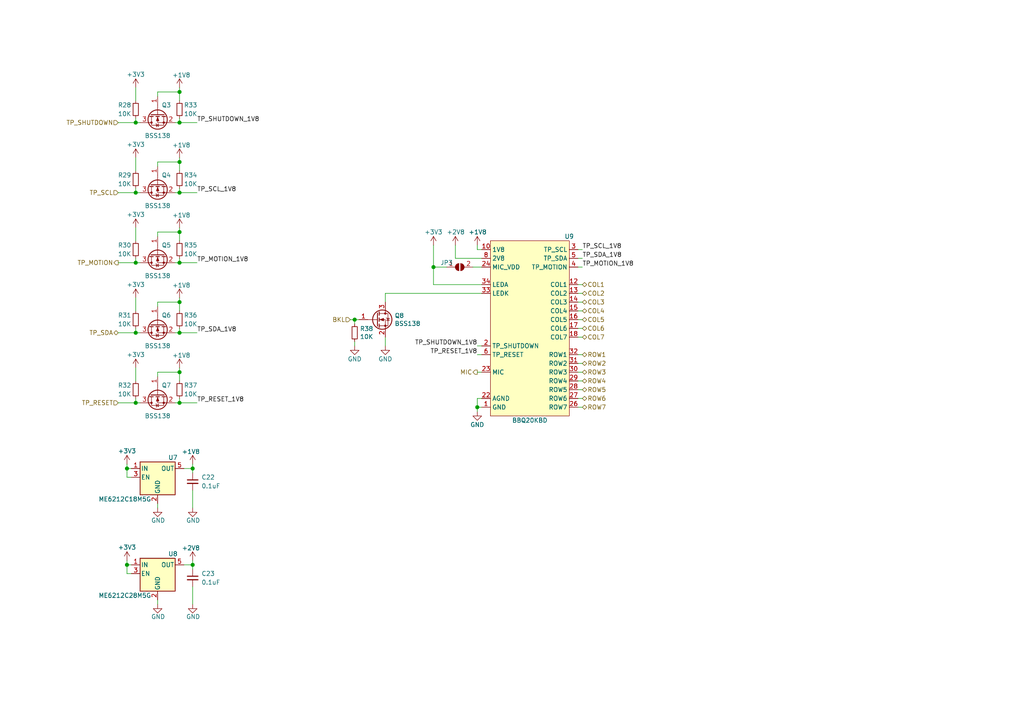
<source format=kicad_sch>
(kicad_sch (version 20231120) (generator "eeschema") (generator_version "8.0")
  (paper "A4")
  (title_block (title "BBQ20KBD") (date "2023-04-21") (rev "1.0") (comment 1 "CERN Open Hardware Licence v1.2") (comment 2 "https://github.com/solderparty/bbq20kbd_hw") (comment 3 "Original Design by Solder Party AB"))
  (lib_symbols
    (symbol "Device:C_Small" (pin_numbers hide) (pin_names (offset 0.254) hide)
      (property "Reference" "C" (at 0.254 1.778 0))
      (property "Value" "C_Small" (at 0.254 -2.032 0))
      (symbol "C_Small_0_1"
        (polyline (pts (xy -1.524 -0.508) (xy 1.524 -0.508)) (stroke (width 0.3302)))
        (polyline (pts (xy -1.524 0.508) (xy 1.524 0.508)) (stroke (width 0.3048)))
      )
      (symbol "C_Small_1_1"
        (pin passive line (at 0 2.54 270) (length 2.032) (name "~") (number "1"))
        (pin passive line (at 0 -2.54 90) (length 2.032) (name "~") (number "2"))
      )
    )
    (symbol "Device:R_Small" (pin_numbers hide) (pin_names (offset 0.254) hide)
      (property "Reference" "R" (at 0.762 0.508 0))
      (property "Value" "R_Small" (at 0.762 -1.016 0))
      (symbol "R_Small_0_1"
        (rectangle (start -0.762 1.778) (end 0.762 -1.778) (stroke (width 0.2032)))
      )
      (symbol "R_Small_1_1"
        (pin passive line (at 0 2.54 270) (length 0.762) (name "~") (number "1"))
        (pin passive line (at 0 -2.54 90) (length 0.762) (name "~") (number "2"))
      )
    )
    (symbol "Jumper:SolderJumper_2_Open" (pin_names (offset 0) hide)
      (property "Reference" "JP" (at 0 2.032 0))
      (property "Value" "SolderJumper_2_Open" (at 0 -2.54 0))
      (symbol "SolderJumper_2_Open_0_1"
        (arc (start -0.254 1.016) (mid -1.2656 0) (end -0.254 -1.016))
        (arc (start -0.254 1.016) (mid -1.2656 0) (end -0.254 -1.016) (fill (type outline)))
        (polyline (pts (xy -0.254 1.016) (xy -0.254 -1.016)))
        (polyline (pts (xy 0.254 1.016) (xy 0.254 -1.016)))
        (arc (start 0.254 -1.016) (mid 1.2656 0) (end 0.254 1.016))
        (arc (start 0.254 -1.016) (mid 1.2656 0) (end 0.254 1.016) (fill (type outline)))
      )
      (symbol "SolderJumper_2_Open_1_1"
        (pin passive line (at -3.81 0 0) (length 2.54) (name "A") (number "1"))
        (pin passive line (at 3.81 0 180) (length 2.54) (name "B") (number "2"))
      )
    )
    (symbol "Keyboard:BBQ20KBD"
      (property "Reference" "U" (at 11.43 24.13 0))
      (property "Value" "BBQ20KBD" (at 0 -29.21 0))
      (symbol "BBQ20KBD_0_0"
        (pin power_in line (at -13.97 -25.4 0) (length 2.54) (name "GND") (number "1"))
        (pin power_in line (at -13.97 20.32 0) (length 2.54) (name "1V8") (number "10"))
        (pin passive line (at -13.97 -25.4 0) (length 2.54) hide (name "GND") (number "11"))
        (pin input line (at 13.97 10.16 180) (length 2.54) (name "COL1") (number "12"))
        (pin input line (at 13.97 7.62 180) (length 2.54) (name "COL2") (number "13"))
        (pin input line (at 13.97 5.08 180) (length 2.54) (name "COL3") (number "14"))
        (pin input line (at 13.97 2.54 180) (length 2.54) (name "COL4") (number "15"))
        (pin input line (at 13.97 0 180) (length 2.54) (name "COL5") (number "16"))
        (pin input line (at 13.97 -2.54 180) (length 2.54) (name "COL6") (number "17"))
        (pin input line (at 13.97 -5.08 180) (length 2.54) (name "COL7") (number "18"))
        (pin passive line (at -13.97 -25.4 0) (length 2.54) hide (name "GND") (number "19"))
        (pin input line (at -13.97 -7.62 0) (length 2.54) (name "TP_SHUTDOWN") (number "2"))
        (pin passive line (at -13.97 -25.4 0) (length 2.54) hide (name "GND") (number "20"))
        (pin passive line (at -13.97 -25.4 0) (length 2.54) hide (name "GND") (number "21"))
        (pin power_in line (at -13.97 -22.86 0) (length 2.54) (name "AGND") (number "22"))
        (pin output line (at -13.97 -15.24 0) (length 2.54) (name "MIC") (number "23"))
        (pin input line (at -13.97 15.24 0) (length 2.54) (name "MIC_VDD") (number "24"))
        (pin passive line (at -13.97 -25.4 0) (length 2.54) hide (name "GND") (number "25"))
        (pin input line (at 13.97 -25.4 180) (length 2.54) (name "ROW7") (number "26"))
        (pin input line (at 13.97 -22.86 180) (length 2.54) (name "ROW6") (number "27"))
        (pin input line (at 13.97 -20.32 180) (length 2.54) (name "ROW5") (number "28"))
        (pin input line (at 13.97 -17.78 180) (length 2.54) (name "ROW4") (number "29"))
        (pin input line (at 13.97 20.32 180) (length 2.54) (name "TP_SCL") (number "3"))
        (pin input line (at 13.97 -15.24 180) (length 2.54) (name "ROW3") (number "30"))
        (pin input line (at 13.97 -12.7 180) (length 2.54) (name "ROW2") (number "31"))
        (pin input line (at 13.97 -10.16 180) (length 2.54) (name "ROW1") (number "32"))
        (pin input line (at -13.97 7.62 0) (length 2.54) (name "LEDK") (number "33"))
        (pin power_in line (at -13.97 10.16 0) (length 2.54) (name "LEDA") (number "34"))
        (pin passive line (at -13.97 7.62 0) (length 2.54) hide (name "LEDK") (number "35"))
        (pin passive line (at -13.97 10.16 0) (length 2.54) hide (name "LEDA") (number "36"))
        (pin passive line (at -13.97 7.62 0) (length 2.54) hide (name "LEDK") (number "37"))
        (pin no_connect line (at 0 -17.78 0) (length 2.54) hide (name "NC") (number "38"))
        (pin no_connect line (at 0 -20.32 0) (length 2.54) hide (name "NC") (number "39"))
        (pin output line (at 13.97 15.24 180) (length 2.54) (name "TP_MOTION") (number "4"))
        (pin passive line (at -13.97 -25.4 0) (length 2.54) hide (name "GND") (number "40"))
        (pin bidirectional line (at 13.97 17.78 180) (length 2.54) (name "TP_SDA") (number "5"))
        (pin input line (at -13.97 -10.16 0) (length 2.54) (name "TP_RESET") (number "6"))
        (pin passive line (at -13.97 -25.4 0) (length 2.54) hide (name "GND") (number "7"))
        (pin power_in line (at -13.97 17.78 0) (length 2.54) (name "2V8") (number "8"))
        (pin passive line (at -13.97 -25.4 0) (length 2.54) hide (name "GND") (number "9"))
      )
      (symbol "BBQ20KBD_0_1"
        (rectangle (start -11.43 22.86) (end 11.43 -27.94) (stroke (width 0.1524)) (fill (type background)))
      )
    )
    (symbol "Regulator_Linear:TLV71209_SOT23-5" (pin_names (offset 0.254))
      (property "Reference" "U" (at -3.81 5.715 0))
      (property "Value" "TLV71209_SOT23-5" (at 0 5.715 0))
      (symbol "TLV71209_SOT23-5_0_1"
        (rectangle (start -5.08 4.445) (end 5.08 -5.08) (stroke (width 0.254)) (fill (type background)))
      )
      (symbol "TLV71209_SOT23-5_1_1"
        (pin power_in line (at -7.62 2.54 0) (length 2.54) (name "IN") (number "1"))
        (pin power_in line (at 0 -7.62 90) (length 2.54) (name "GND") (number "2"))
        (pin input line (at -7.62 0 0) (length 2.54) (name "EN") (number "3"))
        (pin no_connect line (at 5.08 0 180) (length 2.54) hide (name "NC") (number "4"))
        (pin power_out line (at 7.62 2.54 180) (length 2.54) (name "OUT") (number "5"))
      )
    )
    (symbol "Transistor_FET:BSS138" (pin_names hide)
      (property "Reference" "Q" (at 5.08 1.905 0))
      (property "Value" "BSS138" (at 5.08 0 0))
      (symbol "BSS138_0_1"
        (polyline (pts (xy 0.254 0) (xy -2.54 0)))
        (polyline (pts (xy 0.254 1.905) (xy 0.254 -1.905)) (stroke (width 0.254)))
        (polyline (pts (xy 0.762 -1.27) (xy 0.762 -2.286)) (stroke (width 0.254)))
        (polyline (pts (xy 0.762 0.508) (xy 0.762 -0.508)) (stroke (width 0.254)))
        (polyline (pts (xy 0.762 2.286) (xy 0.762 1.27)) (stroke (width 0.254)))
        (polyline (pts (xy 2.54 2.54) (xy 2.54 1.778)))
        (polyline (pts (xy 2.54 -2.54) (xy 2.54 0) (xy 0.762 0)))
        (polyline (pts (xy 0.762 -1.778) (xy 3.302 -1.778) (xy 3.302 1.778) (xy 0.762 1.778)))
        (polyline (pts (xy 1.016 0) (xy 2.032 0.381) (xy 2.032 -0.381) (xy 1.016 0)) (fill (type outline)))
        (polyline (pts (xy 2.794 0.508) (xy 2.921 0.381) (xy 3.683 0.381) (xy 3.81 0.254)))
        (polyline (pts (xy 3.302 0.381) (xy 2.921 -0.254) (xy 3.683 -0.254) (xy 3.302 0.381)))
        (circle (center 1.651 0) (radius 2.794) (stroke (width 0.254)))
        (circle (center 2.54 -1.778) (radius 0.254) (fill (type outline)))
        (circle (center 2.54 1.778) (radius 0.254) (fill (type outline)))
      )
      (symbol "BSS138_1_1"
        (pin input line (at -5.08 0 0) (length 2.54) (name "G") (number "1"))
        (pin passive line (at 2.54 -5.08 90) (length 2.54) (name "S") (number "2"))
        (pin passive line (at 2.54 5.08 270) (length 2.54) (name "D") (number "3"))
      )
    )
    (symbol "power:+1V8" (power) (pin_names (offset 0))
      (property "Value" "+1V8" (at 0 3.556 0))
      (symbol "+1V8_0_1"
        (polyline (pts (xy -0.762 1.27) (xy 0 2.54)))
        (polyline (pts (xy 0 0) (xy 0 2.54)))
        (polyline (pts (xy 0 2.54) (xy 0.762 1.27)))
      )
      (symbol "+1V8_1_1"
        (pin power_in line (at 0 0 90) (length 0) hide (name "+1V8") (number "1"))
      )
    )
    (symbol "power:+2V8" (power) (pin_names (offset 0))
      (property "Value" "+2V8" (at 0 3.556 0))
      (symbol "+2V8_0_1"
        (polyline (pts (xy -0.762 1.27) (xy 0 2.54)))
        (polyline (pts (xy 0 0) (xy 0 2.54)))
        (polyline (pts (xy 0 2.54) (xy 0.762 1.27)))
      )
      (symbol "+2V8_1_1"
        (pin power_in line (at 0 0 90) (length 0) hide (name "+2V8") (number "1"))
      )
    )
    (symbol "power:+3.3V" (power) (pin_names (offset 0))
      (property "Value" "+3.3V" (at 0 3.556 0))
      (symbol "+3.3V_0_1"
        (polyline (pts (xy -0.762 1.27) (xy 0 2.54)))
        (polyline (pts (xy 0 0) (xy 0 2.54)))
        (polyline (pts (xy 0 2.54) (xy 0.762 1.27)))
      )
      (symbol "+3.3V_1_1"
        (pin power_in line (at 0 0 90) (length 0) hide (name "+3V3") (number "1"))
      )
    )
    (symbol "power:GND" (power) (pin_names (offset 0))
      (property "Value" "GND" (at 0 -3.81 0))
      (symbol "GND_0_1"
        (polyline (pts (xy 0 0) (xy 0 -1.27) (xy 1.27 -1.27) (xy 0 -2.54) (xy -1.27 -1.27) (xy 0 -1.27)))
      )
      (symbol "GND_1_1"
        (pin power_in line (at 0 0 270) (length 0) hide (name "GND") (number "1"))
      )
    )
  )
  (junction (at 39.37 55.88) (diameter 1.016))
  (junction (at 52.07 55.88) (diameter 1.016))
  (junction (at 52.07 87.63) (diameter 1.016))
  (junction (at 102.87 92.71) (diameter 1.016))
  (junction (at 52.07 26.67) (diameter 1.016))
  (junction (at 52.07 116.84) (diameter 1.016))
  (junction (at 52.07 67.31) (diameter 1.016))
  (junction (at 52.07 96.52) (diameter 1.016))
  (junction (at 36.83 163.83) (diameter 1.016))
  (junction (at 52.07 35.56) (diameter 1.016))
  (junction (at 36.83 135.89) (diameter 1.016))
  (junction (at 55.88 163.83) (diameter 1.016))
  (junction (at 125.73 77.47) (diameter 1.016))
  (junction (at 39.37 96.52) (diameter 1.016))
  (junction (at 52.07 76.2) (diameter 1.016))
  (junction (at 39.37 76.2) (diameter 1.016))
  (junction (at 138.43 118.11) (diameter 1.016))
  (junction (at 39.37 116.84) (diameter 1.016))
  (junction (at 55.88 135.89) (diameter 1.016))
  (junction (at 52.07 107.95) (diameter 1.016))
  (junction (at 52.07 46.99) (diameter 1.016))
  (junction (at 39.37 35.56) (diameter 1.016))
  (wire (pts (xy 167.64 74.93) (xy 168.91 74.93)))
  (wire (pts (xy 167.64 102.87) (xy 168.91 102.87)))
  (wire (pts (xy 167.64 87.63) (xy 168.91 87.63)))
  (wire (pts (xy 45.72 88.9) (xy 45.72 87.63)))
  (wire (pts (xy 52.07 107.95) (xy 52.07 110.49)))
  (wire (pts (xy 167.64 92.71) (xy 168.91 92.71)))
  (wire (pts (xy 167.64 97.79) (xy 168.91 97.79)))
  (wire (pts (xy 45.72 68.58) (xy 45.72 67.31)))
  (wire (pts (xy 45.72 109.22) (xy 45.72 107.95)))
  (wire (pts (xy 52.07 95.25) (xy 52.07 96.52)))
  (wire (pts (xy 57.15 35.56) (xy 52.07 35.56)))
  (wire (pts (xy 139.7 118.11) (xy 138.43 118.11)))
  (wire (pts (xy 167.64 82.55) (xy 168.91 82.55)))
  (wire (pts (xy 52.07 54.61) (xy 52.07 55.88)))
  (wire (pts (xy 55.88 170.18) (xy 55.88 175.26)))
  (wire (pts (xy 36.83 135.89) (xy 38.1 135.89)))
  (wire (pts (xy 50.8 76.2) (xy 52.07 76.2)))
  (wire (pts (xy 45.72 27.94) (xy 45.72 26.67)))
  (wire (pts (xy 138.43 115.57) (xy 138.43 118.11)))
  (wire (pts (xy 52.07 66.04) (xy 52.07 67.31)))
  (wire (pts (xy 132.08 74.93) (xy 139.7 74.93)))
  (wire (pts (xy 57.15 76.2) (xy 52.07 76.2)))
  (wire (pts (xy 137.16 77.47) (xy 139.7 77.47)))
  (wire (pts (xy 55.88 165.1) (xy 55.88 163.83)))
  (wire (pts (xy 167.64 113.03) (xy 168.91 113.03)))
  (wire (pts (xy 36.83 138.43) (xy 36.83 135.89)))
  (wire (pts (xy 125.73 71.12) (xy 125.73 77.47)))
  (wire (pts (xy 39.37 45.72) (xy 39.37 49.53)))
  (wire (pts (xy 52.07 46.99) (xy 52.07 49.53)))
  (wire (pts (xy 167.64 72.39) (xy 168.91 72.39)))
  (wire (pts (xy 52.07 25.4) (xy 52.07 26.67)))
  (wire (pts (xy 39.37 96.52) (xy 34.29 96.52)))
  (wire (pts (xy 52.07 87.63) (xy 52.07 90.17)))
  (wire (pts (xy 45.72 173.99) (xy 45.72 175.26)))
  (wire (pts (xy 40.64 96.52) (xy 39.37 96.52)))
  (wire (pts (xy 36.83 166.37) (xy 36.83 163.83)))
  (wire (pts (xy 50.8 55.88) (xy 52.07 55.88)))
  (wire (pts (xy 39.37 35.56) (xy 34.29 35.56)))
  (wire (pts (xy 45.72 146.05) (xy 45.72 147.32)))
  (wire (pts (xy 55.88 142.24) (xy 55.88 147.32)))
  (wire (pts (xy 45.72 67.31) (xy 52.07 67.31)))
  (wire (pts (xy 40.64 76.2) (xy 39.37 76.2)))
  (wire (pts (xy 39.37 74.93) (xy 39.37 76.2)))
  (wire (pts (xy 52.07 26.67) (xy 52.07 29.21)))
  (wire (pts (xy 167.64 118.11) (xy 168.91 118.11)))
  (wire (pts (xy 53.34 135.89) (xy 55.88 135.89)))
  (wire (pts (xy 45.72 46.99) (xy 52.07 46.99)))
  (wire (pts (xy 132.08 71.12) (xy 132.08 74.93)))
  (wire (pts (xy 36.83 134.62) (xy 36.83 135.89)))
  (wire (pts (xy 40.64 55.88) (xy 39.37 55.88)))
  (wire (pts (xy 138.43 102.87) (xy 139.7 102.87)))
  (wire (pts (xy 36.83 162.56) (xy 36.83 163.83)))
  (wire (pts (xy 55.88 162.56) (xy 55.88 163.83)))
  (wire (pts (xy 55.88 137.16) (xy 55.88 135.89)))
  (wire (pts (xy 50.8 116.84) (xy 52.07 116.84)))
  (wire (pts (xy 167.64 85.09) (xy 168.91 85.09)))
  (wire (pts (xy 167.64 105.41) (xy 168.91 105.41)))
  (wire (pts (xy 39.37 54.61) (xy 39.37 55.88)))
  (wire (pts (xy 57.15 96.52) (xy 52.07 96.52)))
  (wire (pts (xy 167.64 115.57) (xy 168.91 115.57)))
  (wire (pts (xy 52.07 74.93) (xy 52.07 76.2)))
  (wire (pts (xy 52.07 34.29) (xy 52.07 35.56)))
  (wire (pts (xy 52.07 115.57) (xy 52.07 116.84)))
  (wire (pts (xy 52.07 67.31) (xy 52.07 69.85)))
  (wire (pts (xy 45.72 48.26) (xy 45.72 46.99)))
  (wire (pts (xy 138.43 107.95) (xy 139.7 107.95)))
  (wire (pts (xy 138.43 72.39) (xy 138.43 71.12)))
  (wire (pts (xy 39.37 34.29) (xy 39.37 35.56)))
  (wire (pts (xy 111.76 97.79) (xy 111.76 100.33)))
  (wire (pts (xy 39.37 116.84) (xy 34.29 116.84)))
  (wire (pts (xy 167.64 90.17) (xy 168.91 90.17)))
  (wire (pts (xy 167.64 95.25) (xy 168.91 95.25)))
  (wire (pts (xy 45.72 107.95) (xy 52.07 107.95)))
  (wire (pts (xy 55.88 134.62) (xy 55.88 135.89)))
  (wire (pts (xy 53.34 163.83) (xy 55.88 163.83)))
  (wire (pts (xy 45.72 26.67) (xy 52.07 26.67)))
  (wire (pts (xy 104.14 92.71) (xy 102.87 92.71)))
  (wire (pts (xy 39.37 106.68) (xy 39.37 110.49)))
  (wire (pts (xy 39.37 95.25) (xy 39.37 96.52)))
  (wire (pts (xy 167.64 77.47) (xy 168.91 77.47)))
  (wire (pts (xy 102.87 92.71) (xy 102.87 93.98)))
  (wire (pts (xy 102.87 92.71) (xy 101.6 92.71)))
  (wire (pts (xy 40.64 116.84) (xy 39.37 116.84)))
  (wire (pts (xy 39.37 76.2) (xy 34.29 76.2)))
  (wire (pts (xy 45.72 87.63) (xy 52.07 87.63)))
  (wire (pts (xy 102.87 99.06) (xy 102.87 100.33)))
  (wire (pts (xy 139.7 115.57) (xy 138.43 115.57)))
  (wire (pts (xy 111.76 85.09) (xy 139.7 85.09)))
  (wire (pts (xy 167.64 107.95) (xy 168.91 107.95)))
  (wire (pts (xy 52.07 86.36) (xy 52.07 87.63)))
  (wire (pts (xy 138.43 100.33) (xy 139.7 100.33)))
  (wire (pts (xy 138.43 118.11) (xy 138.43 119.38)))
  (wire (pts (xy 111.76 85.09) (xy 111.76 87.63)))
  (wire (pts (xy 39.37 115.57) (xy 39.37 116.84)))
  (wire (pts (xy 39.37 66.04) (xy 39.37 69.85)))
  (wire (pts (xy 138.43 72.39) (xy 139.7 72.39)))
  (wire (pts (xy 57.15 116.84) (xy 52.07 116.84)))
  (wire (pts (xy 38.1 166.37) (xy 36.83 166.37)))
  (wire (pts (xy 50.8 35.56) (xy 52.07 35.56)))
  (wire (pts (xy 125.73 82.55) (xy 125.73 77.47)))
  (wire (pts (xy 39.37 55.88) (xy 34.29 55.88)))
  (wire (pts (xy 39.37 86.36) (xy 39.37 90.17)))
  (wire (pts (xy 38.1 138.43) (xy 36.83 138.43)))
  (wire (pts (xy 167.64 110.49) (xy 168.91 110.49)))
  (wire (pts (xy 57.15 55.88) (xy 52.07 55.88)))
  (wire (pts (xy 52.07 106.68) (xy 52.07 107.95)))
  (wire (pts (xy 125.73 77.47) (xy 129.54 77.47)))
  (wire (pts (xy 39.37 25.4) (xy 39.37 29.21)))
  (wire (pts (xy 52.07 45.72) (xy 52.07 46.99)))
  (wire (pts (xy 125.73 82.55) (xy 139.7 82.55)))
  (wire (pts (xy 36.83 163.83) (xy 38.1 163.83)))
  (wire (pts (xy 50.8 96.52) (xy 52.07 96.52)))
  (wire (pts (xy 40.64 35.56) (xy 39.37 35.56)))
  (label "TP_MOTION_1V8" (at 168.91 77.47 0))
  (label "TP_MOTION_1V8" (at 57.15 76.2 0))
  (label "TP_SHUTDOWN_1V8" (at 57.15 35.56 0))
  (label "TP_SHUTDOWN_1V8" (at 138.43 100.33 180))
  (label "TP_RESET_1V8" (at 138.43 102.87 180))
  (label "TP_RESET_1V8" (at 57.15 116.84 0))
  (label "TP_SDA_1V8" (at 168.91 74.93 0))
  (label "TP_SCL_1V8" (at 57.15 55.88 0))
  (label "TP_SDA_1V8" (at 57.15 96.52 0))
  (label "TP_SCL_1V8" (at 168.91 72.39 0))
  (hierarchical_label "ROW5" (shape bidirectional) (at 168.91 113.03 0))
  (hierarchical_label "BKL" (shape input) (at 101.6 92.71 180))
  (hierarchical_label "ROW7" (shape bidirectional) (at 168.91 118.11 0))
  (hierarchical_label "ROW3" (shape bidirectional) (at 168.91 107.95 0))
  (hierarchical_label "COL3" (shape bidirectional) (at 168.91 87.63 0))
  (hierarchical_label "COL1" (shape bidirectional) (at 168.91 82.55 0))
  (hierarchical_label "COL7" (shape bidirectional) (at 168.91 97.79 0))
  (hierarchical_label "ROW2" (shape bidirectional) (at 168.91 105.41 0))
  (hierarchical_label "ROW6" (shape bidirectional) (at 168.91 115.57 0))
  (hierarchical_label "COL4" (shape bidirectional) (at 168.91 90.17 0))
  (hierarchical_label "COL6" (shape bidirectional) (at 168.91 95.25 0))
  (hierarchical_label "TP_SDA" (shape bidirectional) (at 34.29 96.52 180))
  (hierarchical_label "TP_SCL" (shape input) (at 34.29 55.88 180))
  (hierarchical_label "TP_RESET" (shape input) (at 34.29 116.84 180))
  (hierarchical_label "ROW4" (shape bidirectional) (at 168.91 110.49 0))
  (hierarchical_label "TP_MOTION" (shape output) (at 34.29 76.2 180))
  (hierarchical_label "COL5" (shape bidirectional) (at 168.91 92.71 0))
  (hierarchical_label "TP_SHUTDOWN" (shape input) (at 34.29 35.56 180))
  (hierarchical_label "COL2" (shape bidirectional) (at 168.91 85.09 0))
  (hierarchical_label "ROW1" (shape bidirectional) (at 168.91 102.87 0))
  (hierarchical_label "MIC" (shape output) (at 138.43 107.95 180))
  (symbol (lib_id "power:+1V8") (at 52.07 106.68 0) (mirror y) (unit 1)
    (property "Reference" "#PWR0131" (effects (hide yes)))
    (property "Value" "+1V8" (at 55.245 103.0604 0) (effects (justify left)))
  )
  (symbol (lib_id "power:+3.3V") (at 39.37 25.4 0) (mirror y) (unit 1)
    (property "Reference" "#PWR0138" (effects (hide yes)))
    (property "Value" "+3V3" (at 39.37 21.59 0))
  )
  (symbol (lib_id "power:+3.3V") (at 125.73 71.12 0) (unit 1)
    (property "Reference" "#PWR0144" (effects (hide yes)))
    (property "Value" "+3V3" (at 125.73 67.31 0))
  )
  (symbol (lib_id "power:+3.3V") (at 36.83 162.56 0) (unit 1)
    (property "Reference" "#PWR0148" (effects (hide yes)))
    (property "Value" "+3V3" (at 36.83 158.75 0))
  )
  (symbol (lib_id "Device:R_Small") (at 39.37 92.71 0) (mirror x) (unit 1)
    (property "Reference" "R31" (at 38.1 91.4399 0) (effects (justify right)))
    (property "Value" "10K" (at 38.1 93.9799 0) (effects (justify right)))
    (property "Footprint" "Resistor_SMD:R_0603_1608Metric" (effects (hide yes)))
  )
  (symbol (lib_id "Device:R_Small") (at 52.07 113.03 180) (unit 1)
    (property "Reference" "R37" (at 53.34 111.7599 0) (effects (justify right)))
    (property "Value" "10K" (at 53.34 114.2999 0) (effects (justify right)))
    (property "Footprint" "Resistor_SMD:R_0603_1608Metric" (effects (hide yes)))
  )
  (symbol (lib_id "Device:R_Small") (at 52.07 72.39 180) (unit 1)
    (property "Reference" "R35" (at 53.34 71.1199 0) (effects (justify right)))
    (property "Value" "10K" (at 53.34 73.6599 0) (effects (justify right)))
    (property "Footprint" "Resistor_SMD:R_0603_1608Metric" (effects (hide yes)))
  )
  (symbol (lib_id "Transistor_FET:BSS138") (at 45.72 33.02 90) (mirror x) (unit 1)
    (property "Reference" "Q3" (at 48.26 30.48 90))
    (property "Value" "BSS138" (at 45.72 39.37 90))
    (property "Footprint" "Package_TO_SOT_SMD:SOT-23" (effects (hide yes)))
    (property "LCSC" "C112239" (effects (hide yes)))
  )
  (symbol (lib_id "Transistor_FET:BSS138") (at 109.22 92.71 0) (unit 1)
    (property "Reference" "Q8" (at 114.4524 91.5416 0) (effects (justify left)))
    (property "Value" "BSS138" (at 114.4524 93.853 0) (effects (justify left)))
    (property "Footprint" "Package_TO_SOT_SMD:SOT-23" (effects (hide yes)))
    (property "LCSC" "C112239" (effects (hide yes)))
  )
  (symbol (lib_id "Regulator_Linear:TLV71209_SOT23-5") (at 45.72 166.37 0) (unit 1)
    (property "Reference" "U8" (at 50.165 160.655 0))
    (property "Value" "ME6212C28M5G" (at 28.575 172.72 0) (effects (justify left)))
    (property "Footprint" "Package_TO_SOT_SMD:SOT-23-5" (effects (hide yes)))
    (property "Datasheet" "http://www.yushin88.com/uploadfiles/20190223/20190223155734_4960.pdf" (effects (hide yes)))
    (property "LCSC" "C427596" (effects (hide yes)))
  )
  (symbol (lib_id "Transistor_FET:BSS138") (at 45.72 53.34 90) (mirror x) (unit 1)
    (property "Reference" "Q4" (at 48.26 50.8 90))
    (property "Value" "BSS138" (at 45.72 59.69 90))
    (property "Footprint" "Package_TO_SOT_SMD:SOT-23" (effects (hide yes)))
    (property "LCSC" "C112239" (effects (hide yes)))
  )
  (symbol (lib_id "power:GND") (at 55.88 147.32 0) (unit 1)
    (property "Reference" "#PWR0149" (effects (hide yes)))
    (property "Value" "GND" (at 53.975 150.9394 0) (effects (justify left)))
  )
  (symbol (lib_id "power:+3.3V") (at 39.37 86.36 0) (mirror y) (unit 1)
    (property "Reference" "#PWR0135" (effects (hide yes)))
    (property "Value" "+3V3" (at 39.37 82.55 0))
  )
  (symbol (lib_id "power:GND") (at 45.72 175.26 0) (unit 1)
    (property "Reference" "#PWR0151" (effects (hide yes)))
    (property "Value" "GND" (at 43.815 178.8794 0) (effects (justify left)))
  )
  (symbol (lib_id "power:+3.3V") (at 39.37 106.68 0) (mirror y) (unit 1)
    (property "Reference" "#PWR0130" (effects (hide yes)))
    (property "Value" "+3V3" (at 39.37 102.87 0))
  )
  (symbol (lib_id "Regulator_Linear:TLV71209_SOT23-5") (at 45.72 138.43 0) (unit 1)
    (property "Reference" "U7" (at 50.165 132.715 0))
    (property "Value" "ME6212C18M5G" (at 28.575 144.78 0) (effects (justify left)))
    (property "Footprint" "Package_TO_SOT_SMD:SOT-23-5" (effects (hide yes)))
    (property "Datasheet" "http://www.yushin88.com/uploadfiles/20190223/20190223155734_4960.pdf" (effects (hide yes)))
    (property "LCSC" "C236669" (effects (hide yes)))
  )
  (symbol (lib_id "power:GND") (at 138.43 119.38 0) (unit 1)
    (property "Reference" "#PWR0142" (effects (hide yes)))
    (property "Value" "GND" (at 138.43 123.19 0))
  )
  (symbol (lib_id "Transistor_FET:BSS138") (at 45.72 73.66 90) (mirror x) (unit 1)
    (property "Reference" "Q5" (at 48.26 71.12 90))
    (property "Value" "BSS138" (at 45.72 80.01 90))
    (property "Footprint" "Package_TO_SOT_SMD:SOT-23" (effects (hide yes)))
    (property "LCSC" "C112239" (effects (hide yes)))
  )
  (symbol (lib_id "Jumper:SolderJumper_2_Open") (at 133.35 77.47 0) (unit 1) (in_bom no)
    (property "Reference" "JP3" (at 129.54 76.2 0))
    (property "Value" "SJ_MIC_VDD" (effects (hide yes)))
    (property "Footprint" "Jumper:SolderJumper-2_P1.3mm_Open_RoundedPad1.0x1.5mm" (effects (hide yes)))
  )
  (symbol (lib_id "Device:R_Small") (at 52.07 52.07 180) (unit 1)
    (property "Reference" "R34" (at 53.34 50.7999 0) (effects (justify right)))
    (property "Value" "10K" (at 53.34 53.3399 0) (effects (justify right)))
    (property "Footprint" "Resistor_SMD:R_0603_1608Metric" (effects (hide yes)))
  )
  (symbol (lib_id "power:+1V8") (at 52.07 86.36 0) (mirror y) (unit 1)
    (property "Reference" "#PWR0134" (effects (hide yes)))
    (property "Value" "+1V8" (at 55.245 82.7404 0) (effects (justify left)))
  )
  (symbol (lib_id "power:+1V8") (at 52.07 25.4 0) (mirror y) (unit 1)
    (property "Reference" "#PWR0139" (effects (hide yes)))
    (property "Value" "+1V8" (at 55.245 21.7804 0) (effects (justify left)))
  )
  (symbol (lib_id "power:GND") (at 45.72 147.32 0) (unit 1)
    (property "Reference" "#PWR0150" (effects (hide yes)))
    (property "Value" "GND" (at 43.815 150.9394 0) (effects (justify left)))
  )
  (symbol (lib_id "power:+1V8") (at 52.07 66.04 0) (mirror y) (unit 1)
    (property "Reference" "#PWR0132" (effects (hide yes)))
    (property "Value" "+1V8" (at 55.245 62.4204 0) (effects (justify left)))
  )
  (symbol (lib_id "power:GND") (at 102.87 100.33 0) (unit 1)
    (property "Reference" "#PWR0137" (effects (hide yes)))
    (property "Value" "GND" (at 102.87 104.14 0))
  )
  (symbol (lib_id "Device:R_Small") (at 52.07 31.75 180) (unit 1)
    (property "Reference" "R33" (at 53.34 30.4799 0) (effects (justify right)))
    (property "Value" "10K" (at 53.34 33.0199 0) (effects (justify right)))
    (property "Footprint" "Resistor_SMD:R_0603_1608Metric" (effects (hide yes)))
  )
  (symbol (lib_id "Device:C_Small") (at 55.88 139.7 0) (unit 1)
    (property "Reference" "C22" (at 58.42 138.4299 0) (effects (justify left)))
    (property "Value" "0.1uF" (at 58.42 140.9699 0) (effects (justify left)))
    (property "Footprint" "Capacitor_SMD:C_0603_1608Metric" (effects (hide yes)))
  )
  (symbol (lib_id "power:+1V8") (at 52.07 45.72 0) (mirror y) (unit 1)
    (property "Reference" "#PWR0141" (effects (hide yes)))
    (property "Value" "+1V8" (at 55.245 42.1004 0) (effects (justify left)))
  )
  (symbol (lib_id "power:+1V8") (at 55.88 134.62 0) (unit 1)
    (property "Reference" "#PWR0129" (effects (hide yes)))
    (property "Value" "+1V8" (at 52.705 131.0004 0) (effects (justify left)))
  )
  (symbol (lib_id "power:+3.3V") (at 36.83 134.62 0) (unit 1)
    (property "Reference" "#PWR0128" (effects (hide yes)))
    (property "Value" "+3V3" (at 36.83 130.81 0))
  )
  (symbol (lib_id "Device:R_Small") (at 52.07 92.71 180) (unit 1)
    (property "Reference" "R36" (at 53.34 91.4399 0) (effects (justify right)))
    (property "Value" "10K" (at 53.34 93.9799 0) (effects (justify right)))
    (property "Footprint" "Resistor_SMD:R_0603_1608Metric" (effects (hide yes)))
  )
  (symbol (lib_id "Keyboard:BBQ20KBD") (at 153.67 92.71 0) (unit 1)
    (property "Reference" "U9" (at 165.1 68.58 0))
    (property "Value" "BBQ20KBD" (at 153.67 121.92 0))
    (property "Footprint" "beepy:BM20B(0.8)-40DS-0.4V" (effects (hide yes)))
    (property "LCSC" "C424543" (effects (hide yes)))
  )
  (symbol (lib_id "Device:R_Small") (at 39.37 72.39 0) (mirror x) (unit 1)
    (property "Reference" "R30" (at 38.1 71.1199 0) (effects (justify right)))
    (property "Value" "10K" (at 38.1 73.6599 0) (effects (justify right)))
    (property "Footprint" "Resistor_SMD:R_0603_1608Metric" (effects (hide yes)))
  )
  (symbol (lib_id "Device:R_Small") (at 39.37 113.03 0) (mirror x) (unit 1)
    (property "Reference" "R32" (at 38.1 111.7599 0) (effects (justify right)))
    (property "Value" "10K" (at 38.1 114.2999 0) (effects (justify right)))
    (property "Footprint" "Resistor_SMD:R_0603_1608Metric" (effects (hide yes)))
  )
  (symbol (lib_id "power:+3.3V") (at 39.37 45.72 0) (mirror y) (unit 1)
    (property "Reference" "#PWR0140" (effects (hide yes)))
    (property "Value" "+3V3" (at 39.37 41.91 0))
  )
  (symbol (lib_id "Transistor_FET:BSS138") (at 45.72 114.3 90) (mirror x) (unit 1)
    (property "Reference" "Q7" (at 48.26 111.76 90))
    (property "Value" "BSS138" (at 45.72 120.65 90))
    (property "Footprint" "Package_TO_SOT_SMD:SOT-23" (effects (hide yes)))
    (property "LCSC" "C112239" (effects (hide yes)))
  )
  (symbol (lib_id "Transistor_FET:BSS138") (at 45.72 93.98 90) (mirror x) (unit 1)
    (property "Reference" "Q6" (at 48.26 91.44 90))
    (property "Value" "BSS138" (at 45.72 100.33 90))
    (property "Footprint" "Package_TO_SOT_SMD:SOT-23" (effects (hide yes)))
    (property "LCSC" "C112239" (effects (hide yes)))
  )
  (symbol (lib_id "power:GND") (at 55.88 175.26 0) (unit 1)
    (property "Reference" "#PWR0146" (effects (hide yes)))
    (property "Value" "GND" (at 53.975 178.8794 0) (effects (justify left)))
  )
  (symbol (lib_id "power:+3.3V") (at 39.37 66.04 0) (mirror y) (unit 1)
    (property "Reference" "#PWR0133" (effects (hide yes)))
    (property "Value" "+3V3" (at 39.37 62.23 0))
  )
  (symbol (lib_id "power:+2V8") (at 132.08 71.12 0) (unit 1)
    (property "Reference" "#PWR0143" (effects (hide yes)))
    (property "Value" "+2V8" (at 129.54 67.31 0) (effects (justify left)))
  )
  (symbol (lib_id "power:+1V8") (at 138.43 71.12 0) (unit 1)
    (property "Reference" "#PWR0145" (effects (hide yes)))
    (property "Value" "+1V8" (at 135.89 67.31 0) (effects (justify left)))
  )
  (symbol (lib_id "Device:R_Small") (at 102.87 96.52 0) (unit 1)
    (property "Reference" "R38" (at 104.3686 95.3516 0) (effects (justify left)))
    (property "Value" "10K" (at 104.3686 97.663 0) (effects (justify left)))
    (property "Footprint" "Resistor_SMD:R_0603_1608Metric" (effects (hide yes)))
  )
  (symbol (lib_id "Device:R_Small") (at 39.37 31.75 0) (mirror x) (unit 1)
    (property "Reference" "R28" (at 38.1 30.4799 0) (effects (justify right)))
    (property "Value" "10K" (at 38.1 33.0199 0) (effects (justify right)))
    (property "Footprint" "Resistor_SMD:R_0603_1608Metric" (effects (hide yes)))
  )
  (symbol (lib_id "Device:R_Small") (at 39.37 52.07 0) (mirror x) (unit 1)
    (property "Reference" "R29" (at 38.1 50.7999 0) (effects (justify right)))
    (property "Value" "10K" (at 38.1 53.3399 0) (effects (justify right)))
    (property "Footprint" "Resistor_SMD:R_0603_1608Metric" (effects (hide yes)))
  )
  (symbol (lib_id "Device:C_Small") (at 55.88 167.64 0) (unit 1)
    (property "Reference" "C23" (at 58.42 166.3699 0) (effects (justify left)))
    (property "Value" "0.1uF" (at 58.42 168.9099 0) (effects (justify left)))
    (property "Footprint" "Capacitor_SMD:C_0603_1608Metric" (effects (hide yes)))
  )
  (symbol (lib_id "power:+2V8") (at 55.88 162.56 0) (unit 1)
    (property "Reference" "#PWR0147" (effects (hide yes)))
    (property "Value" "+2V8" (at 52.705 158.9404 0) (effects (justify left)))
  )
  (symbol (lib_id "power:GND") (at 111.76 100.33 0) (unit 1)
    (property "Reference" "#PWR0136" (effects (hide yes)))
    (property "Value" "GND" (at 111.76 104.14 0))
  )
)
</source>
